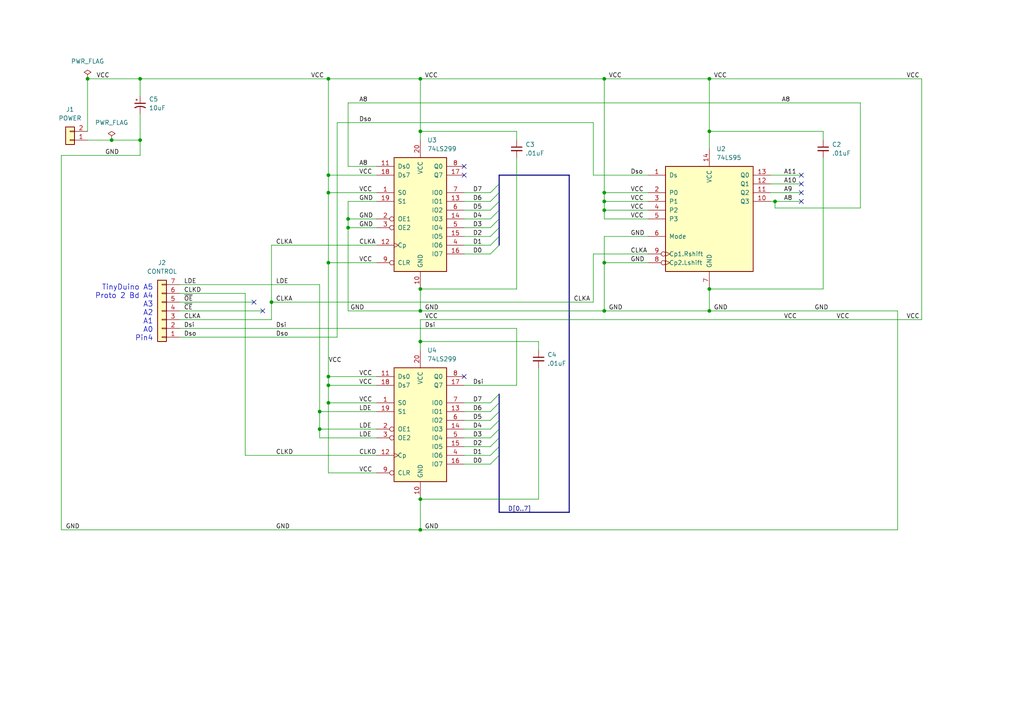
<source format=kicad_sch>
(kicad_sch (version 20211123) (generator eeschema)
  (paper "A4")
  (title_block (title "TinyDuino MK2716 Reader - Shift Register Test") (date "2022-07-19") (rev "1.3") (company "NinBra Enterprises") (comment 1 "Assumes 5v GPIO interface to TinyDuino") (comment 2 "Assumes TinyDuino will read U4 using port 4"))
  (lib_symbols
    (symbol "74LS299_1" (pin_names (offset 1.016))
      (property "Reference" "U3" (at 2.0194 20.32 0))
      (property "Value" "74LS299_1" (at 2.0194 17.78 0))
      (symbol "74LS299_1_1_0"
        (pin input line (at -12.7 5.08 0) (length 5.08) (name "S0") (number "1"))
        (pin power_in line (at 0 -22.86 90) (length 5.08) (name "GND") (number "10"))
        (pin input line (at -12.7 12.7 0) (length 5.08) (name "Ds0") (number "11"))
        (pin input clock (at -12.7 -10.16 0) (length 5.08) (name "Cp") (number "12"))
        (pin tri_state line (at 12.7 2.54 180) (length 5.08) (name "IO1") (number "13"))
        (pin tri_state line (at 12.7 -2.54 180) (length 5.08) (name "IO3") (number "14"))
        (pin tri_state line (at 12.7 -7.62 180) (length 5.08) (name "IO5") (number "15"))
        (pin tri_state line (at 12.7 -12.7 180) (length 5.08) (name "IO7") (number "16"))
        (pin output line (at 12.7 10.16 180) (length 5.08) (name "Q7") (number "17"))
        (pin input line (at -12.7 10.16 0) (length 5.08) (name "Ds7") (number "18"))
        (pin input line (at -12.7 2.54 0) (length 5.08) (name "S1") (number "19"))
        (pin input inverted (at -12.7 -2.54 0) (length 5.08) (name "OE1") (number "2"))
        (pin power_in line (at 0 20.32 270) (length 5.08) (name "VCC") (number "20"))
        (pin input inverted (at -12.7 -5.08 0) (length 5.08) (name "OE2") (number "3"))
        (pin tri_state line (at 12.7 -10.16 180) (length 5.08) (name "IO6") (number "4"))
        (pin tri_state line (at 12.7 -5.08 180) (length 5.08) (name "IO4") (number "5"))
        (pin tri_state line (at 12.7 0 180) (length 5.08) (name "IO2") (number "6"))
        (pin tri_state line (at 12.7 5.08 180) (length 5.08) (name "IO0") (number "7"))
        (pin output line (at 12.7 12.7 180) (length 5.08) (name "Q0") (number "8"))
        (pin input inverted (at -12.7 -15.24 0) (length 5.08) (name "CLR") (number "9"))
      )
      (symbol "74LS299_1_1_1"
        (rectangle (start -7.62 15.24) (end 7.62 -17.78) (stroke (width 0.254)) (fill (type background)))
      )
    )
    (symbol "74xx:74LS299" (pin_names (offset 1.016))
      (property "Reference" "U4" (at 2.0194 20.32 0))
      (property "Value" "74LS299" (at 2.0194 17.78 0))
      (symbol "74LS299_1_0"
        (pin input line (at -12.7 5.08 0) (length 5.08) (name "S0") (number "1"))
        (pin power_in line (at 0 -22.86 90) (length 5.08) (name "GND") (number "10"))
        (pin input line (at -12.7 12.7 0) (length 5.08) (name "Ds0") (number "11"))
        (pin input clock (at -12.7 -10.16 0) (length 5.08) (name "Cp") (number "12"))
        (pin tri_state line (at 12.7 2.54 180) (length 5.08) (name "IO1") (number "13"))
        (pin tri_state line (at 12.7 -2.54 180) (length 5.08) (name "IO3") (number "14"))
        (pin tri_state line (at 12.7 -7.62 180) (length 5.08) (name "IO5") (number "15"))
        (pin tri_state line (at 12.7 -12.7 180) (length 5.08) (name "IO7") (number "16"))
        (pin output line (at 12.7 10.16 180) (length 5.08) (name "Q7") (number "17"))
        (pin input line (at -12.7 10.16 0) (length 5.08) (name "Ds7") (number "18"))
        (pin input line (at -12.7 2.54 0) (length 5.08) (name "S1") (number "19"))
        (pin input inverted (at -12.7 -2.54 0) (length 5.08) (name "OE1") (number "2"))
        (pin power_in line (at 0 20.32 270) (length 5.08) (name "VCC") (number "20"))
        (pin input inverted (at -12.7 -5.08 0) (length 5.08) (name "OE2") (number "3"))
        (pin tri_state line (at 12.7 -10.16 180) (length 5.08) (name "IO6") (number "4"))
        (pin tri_state line (at 12.7 -5.08 180) (length 5.08) (name "IO4") (number "5"))
        (pin tri_state line (at 12.7 0 180) (length 5.08) (name "IO2") (number "6"))
        (pin tri_state line (at 12.7 5.08 180) (length 5.08) (name "IO0") (number "7"))
        (pin output line (at 12.7 12.7 180) (length 5.08) (name "Q0") (number "8"))
        (pin input inverted (at -12.7 -15.24 0) (length 5.08) (name "CLR") (number "9"))
      )
      (symbol "74LS299_1_1"
        (rectangle (start -7.62 15.24) (end 7.62 -17.78) (stroke (width 0.254)) (fill (type background)))
      )
    )
    (symbol "74xx:74LS95" (pin_names (offset 1.016))
      (property "Reference" "U" (at -7.62 16.51 0))
      (property "Value" "74LS95" (at -7.62 -16.51 0))
      (symbol "74LS95_1_0"
        (pin input line (at -17.78 12.7 0) (length 5.08) (name "Ds") (number "1"))
        (pin output line (at 17.78 5.08 180) (length 5.08) (name "Q3") (number "10"))
        (pin output line (at 17.78 7.62 180) (length 5.08) (name "Q2") (number "11"))
        (pin output line (at 17.78 10.16 180) (length 5.08) (name "Q1") (number "12"))
        (pin output line (at 17.78 12.7 180) (length 5.08) (name "Q0") (number "13"))
        (pin power_in line (at 0 20.32 270) (length 5.08) (name "VCC") (number "14"))
        (pin input line (at -17.78 7.62 0) (length 5.08) (name "P0") (number "2"))
        (pin input line (at -17.78 5.08 0) (length 5.08) (name "P1") (number "3"))
        (pin input line (at -17.78 2.54 0) (length 5.08) (name "P2") (number "4"))
        (pin input line (at -17.78 0 0) (length 5.08) (name "P3") (number "5"))
        (pin input line (at -17.78 -5.08 0) (length 5.08) (name "Mode") (number "6"))
        (pin power_in line (at 0 -20.32 90) (length 5.08) (name "GND") (number "7"))
        (pin input inverted_clock (at -17.78 -12.7 0) (length 5.08) (name "Cp2.Lshift") (number "8"))
        (pin input inverted_clock (at -17.78 -10.16 0) (length 5.08) (name "Cp1.Rshift") (number "9"))
      )
      (symbol "74LS95_1_1"
        (rectangle (start -12.7 15.24) (end 12.7 -15.24) (stroke (width 0.254)) (fill (type background)))
      )
    )
    (symbol "Connector_Generic:Conn_01x02" (pin_names (offset 1.016) hide)
      (property "Reference" "J" (at 0 2.54 0))
      (property "Value" "Conn_01x02" (at 0 -5.08 0))
      (symbol "Conn_01x02_1_1"
        (rectangle (start -1.27 -2.413) (end 0 -2.667) (stroke (width 0.1524)))
        (rectangle (start -1.27 0.127) (end 0 -0.127) (stroke (width 0.1524)))
        (rectangle (start -1.27 1.27) (end 1.27 -3.81) (stroke (width 0.254)) (fill (type background)))
        (pin passive line (at -5.08 0 0) (length 3.81) (name "Pin_1") (number "1"))
        (pin passive line (at -5.08 -2.54 0) (length 3.81) (name "Pin_2") (number "2"))
      )
    )
    (symbol "Connector_Generic:Conn_01x07" (pin_names (offset 1.016) hide)
      (property "Reference" "J" (at 0 10.16 0))
      (property "Value" "Conn_01x07" (at 0 -10.16 0))
      (symbol "Conn_01x07_1_1"
        (rectangle (start -1.27 -7.493) (end 0 -7.747) (stroke (width 0.1524)))
        (rectangle (start -1.27 -4.953) (end 0 -5.207) (stroke (width 0.1524)))
        (rectangle (start -1.27 -2.413) (end 0 -2.667) (stroke (width 0.1524)))
        (rectangle (start -1.27 0.127) (end 0 -0.127) (stroke (width 0.1524)))
        (rectangle (start -1.27 2.667) (end 0 2.413) (stroke (width 0.1524)))
        (rectangle (start -1.27 5.207) (end 0 4.953) (stroke (width 0.1524)))
        (rectangle (start -1.27 7.747) (end 0 7.493) (stroke (width 0.1524)))
        (rectangle (start -1.27 8.89) (end 1.27 -8.89) (stroke (width 0.254)) (fill (type background)))
        (pin passive line (at -5.08 7.62 0) (length 3.81) (name "Pin_1") (number "1"))
        (pin passive line (at -5.08 5.08 0) (length 3.81) (name "Pin_2") (number "2"))
        (pin passive line (at -5.08 2.54 0) (length 3.81) (name "Pin_3") (number "3"))
        (pin passive line (at -5.08 0 0) (length 3.81) (name "Pin_4") (number "4"))
        (pin passive line (at -5.08 -2.54 0) (length 3.81) (name "Pin_5") (number "5"))
        (pin passive line (at -5.08 -5.08 0) (length 3.81) (name "Pin_6") (number "6"))
        (pin passive line (at -5.08 -7.62 0) (length 3.81) (name "Pin_7") (number "7"))
      )
    )
    (symbol "Device:C_Polarized_Small_US" (pin_numbers hide) (pin_names (offset 0.254) hide)
      (property "Reference" "C" (at 0.254 1.778 0))
      (property "Value" "C_Polarized_Small_US" (at 0.254 -2.032 0))
      (symbol "C_Polarized_Small_US_0_1"
        (polyline (pts (xy -1.524 0.508) (xy 1.524 0.508)) (stroke (width 0.3048)))
        (polyline (pts (xy -1.27 1.524) (xy -0.762 1.524)))
        (polyline (pts (xy -1.016 1.27) (xy -1.016 1.778)))
        (arc (start 1.524 -0.762) (mid 0 -0.3734) (end -1.524 -0.762) (stroke (width 0.3048)))
      )
      (symbol "C_Polarized_Small_US_1_1"
        (pin passive line (at 0 2.54 270) (length 2.032) (name "~") (number "1"))
        (pin passive line (at 0 -2.54 90) (length 2.032) (name "~") (number "2"))
      )
    )
    (symbol "Device:C_Small" (pin_numbers hide) (pin_names (offset 0.254) hide)
      (property "Reference" "C" (at 0.254 1.778 0))
      (property "Value" "C_Small" (at 0.254 -2.032 0))
      (symbol "C_Small_0_1"
        (polyline (pts (xy -1.524 -0.508) (xy 1.524 -0.508)) (stroke (width 0.3302)))
        (polyline (pts (xy -1.524 0.508) (xy 1.524 0.508)) (stroke (width 0.3048)))
      )
      (symbol "C_Small_1_1"
        (pin passive line (at 0 2.54 270) (length 2.032) (name "~") (number "1"))
        (pin passive line (at 0 -2.54 90) (length 2.032) (name "~") (number "2"))
      )
    )
    (symbol "power:PWR_FLAG" (power) (pin_numbers hide) (pin_names (offset 0) hide)
      (property "Value" "PWR_FLAG" (at 0 3.81 0))
      (symbol "PWR_FLAG_0_0"
        (pin power_out line (at 0 0 90) (length 0) (name "pwr") (number "1"))
      )
      (symbol "PWR_FLAG_0_1"
        (polyline (pts (xy 0 0) (xy 0 1.27) (xy -1.016 1.905) (xy 0 2.54) (xy 1.016 1.905) (xy 0 1.27)))
      )
    )
  )
  (junction (at 175.26 22.86))
  (junction (at 92.71 124.46))
  (junction (at 40.64 40.64))
  (junction (at 121.92 83.82))
  (junction (at 95.25 55.88))
  (junction (at 95.25 111.76))
  (junction (at 224.79 58.42))
  (junction (at 95.25 116.84))
  (junction (at 100.965 66.04))
  (junction (at 175.26 90.17))
  (junction (at 25.4 22.86))
  (junction (at 175.26 58.42))
  (junction (at 175.26 60.96))
  (junction (at 121.92 99.06))
  (junction (at 95.25 109.22))
  (junction (at 205.74 22.86))
  (junction (at 121.92 22.86))
  (junction (at 32.385 40.64))
  (junction (at 121.92 153.67))
  (junction (at 121.92 38.1))
  (junction (at 92.71 119.38))
  (junction (at 175.26 76.2))
  (junction (at 205.74 83.82))
  (junction (at 78.74 87.63))
  (junction (at 205.74 90.17))
  (junction (at 121.92 90.17))
  (junction (at 95.25 76.2))
  (junction (at 121.92 144.78))
  (junction (at 175.26 55.88))
  (junction (at 100.965 63.5))
  (junction (at 95.25 22.86))
  (junction (at 205.74 38.1))
  (junction (at 95.25 50.8))
  (junction (at 40.64 22.86))
  (no_connect (at 73.66 87.63))
  (no_connect (at 76.2 90.17))
  (no_connect (at 232.41 58.42))
  (no_connect (at 232.41 50.8))
  (no_connect (at 232.41 53.34))
  (no_connect (at 232.41 55.88))
  (no_connect (at 134.62 50.8))
  (no_connect (at 134.62 48.26))
  (no_connect (at 134.62 109.22))
  (bus_entry (at 144.78 55.88) (size -2.54 2.54))
  (bus_entry (at 144.78 58.42) (size -2.54 2.54))
  (bus_entry (at 144.78 53.34) (size -2.54 2.54))
  (bus_entry (at 144.78 63.5) (size -2.54 2.54))
  (bus_entry (at 144.78 66.04) (size -2.54 2.54))
  (bus_entry (at 144.78 68.58) (size -2.54 2.54))
  (bus_entry (at 144.78 71.12) (size -2.54 2.54))
  (bus_entry (at 144.78 60.96) (size -2.54 2.54))
  (bus_entry (at 144.78 124.46) (size -2.54 2.54))
  (bus_entry (at 144.78 121.92) (size -2.54 2.54))
  (bus_entry (at 144.78 119.38) (size -2.54 2.54))
  (bus_entry (at 144.78 116.84) (size -2.54 2.54))
  (bus_entry (at 144.78 114.3) (size -2.54 2.54))
  (bus_entry (at 144.78 129.54) (size -2.54 2.54))
  (bus_entry (at 144.78 127) (size -2.54 2.54))
  (bus_entry (at 144.78 132.08) (size -2.54 2.54))
  (wire (pts (xy 121.92 38.1) (xy 149.86 38.1)))
  (wire (pts (xy 40.64 45.085) (xy 40.64 40.64)))
  (wire (pts (xy 95.25 137.16) (xy 109.22 137.16)))
  (bus (pts (xy 144.78 132.08) (xy 144.78 148.59)))
  (wire (pts (xy 238.76 40.64) (xy 238.76 38.1)))
  (wire (pts (xy 52.07 92.71) (xy 78.74 92.71)))
  (wire (pts (xy 223.52 50.8) (xy 232.41 50.8)))
  (wire (pts (xy 109.22 127) (xy 92.71 127)))
  (wire (pts (xy 134.62 119.38) (xy 142.24 119.38)))
  (wire (pts (xy 223.52 58.42) (xy 224.79 58.42)))
  (wire (pts (xy 121.92 92.71) (xy 267.335 92.71)))
  (wire (pts (xy 134.62 71.12) (xy 142.24 71.12)))
  (wire (pts (xy 156.21 144.78) (xy 121.92 144.78)))
  (wire (pts (xy 95.25 111.76) (xy 109.22 111.76)))
  (wire (pts (xy 134.62 73.66) (xy 142.24 73.66)))
  (wire (pts (xy 205.74 22.86) (xy 267.335 22.86)))
  (wire (pts (xy 109.22 116.84) (xy 95.25 116.84)))
  (wire (pts (xy 100.965 63.5) (xy 100.965 66.04)))
  (wire (pts (xy 17.78 45.085) (xy 40.64 45.085)))
  (bus (pts (xy 144.78 116.84) (xy 144.78 119.38)))
  (wire (pts (xy 78.74 87.63) (xy 172.085 87.63)))
  (wire (pts (xy 92.71 124.46) (xy 92.71 127)))
  (wire (pts (xy 175.26 63.5) (xy 175.26 60.96)))
  (wire (pts (xy 109.22 124.46) (xy 92.71 124.46)))
  (wire (pts (xy 100.965 66.04) (xy 100.965 90.17)))
  (wire (pts (xy 238.76 83.82) (xy 205.74 83.82)))
  (bus (pts (xy 144.78 148.59) (xy 165.1 148.59)))
  (wire (pts (xy 175.26 90.17) (xy 205.74 90.17)))
  (wire (pts (xy 78.74 71.12) (xy 78.74 87.63)))
  (wire (pts (xy 187.96 58.42) (xy 175.26 58.42)))
  (wire (pts (xy 95.25 76.2) (xy 95.25 109.22)))
  (wire (pts (xy 40.64 22.86) (xy 95.25 22.86)))
  (wire (pts (xy 121.92 40.64) (xy 121.92 38.1)))
  (wire (pts (xy 238.76 38.1) (xy 205.74 38.1)))
  (wire (pts (xy 92.71 82.55) (xy 92.71 119.38)))
  (wire (pts (xy 134.62 68.58) (xy 142.24 68.58)))
  (wire (pts (xy 260.35 153.67) (xy 121.92 153.67)))
  (wire (pts (xy 224.79 58.42) (xy 232.41 58.42)))
  (wire (pts (xy 121.92 90.17) (xy 175.26 90.17)))
  (bus (pts (xy 144.78 68.58) (xy 144.78 71.12)))
  (wire (pts (xy 40.64 40.64) (xy 32.385 40.64)))
  (wire (pts (xy 52.07 97.79) (xy 97.79 97.79)))
  (bus (pts (xy 144.78 66.04) (xy 144.78 68.58)))
  (bus (pts (xy 144.78 63.5) (xy 144.78 66.04)))
  (wire (pts (xy 71.12 132.08) (xy 71.12 85.09)))
  (wire (pts (xy 134.62 121.92) (xy 142.24 121.92)))
  (wire (pts (xy 100.965 48.26) (xy 100.965 29.845)))
  (wire (pts (xy 187.96 76.2) (xy 175.26 76.2)))
  (wire (pts (xy 238.76 45.72) (xy 238.76 83.82)))
  (wire (pts (xy 109.22 48.26) (xy 100.965 48.26)))
  (wire (pts (xy 52.07 82.55) (xy 92.71 82.55)))
  (wire (pts (xy 109.22 58.42) (xy 100.965 58.42)))
  (wire (pts (xy 172.085 87.63) (xy 172.085 73.66)))
  (wire (pts (xy 95.25 50.8) (xy 109.22 50.8)))
  (bus (pts (xy 144.78 55.88) (xy 144.78 58.42)))
  (wire (pts (xy 175.26 58.42) (xy 175.26 60.96)))
  (wire (pts (xy 134.62 66.04) (xy 142.24 66.04)))
  (wire (pts (xy 121.92 83.82) (xy 121.92 90.17)))
  (wire (pts (xy 134.62 63.5) (xy 142.24 63.5)))
  (wire (pts (xy 175.26 68.58) (xy 175.26 76.2)))
  (wire (pts (xy 95.25 109.22) (xy 109.22 109.22)))
  (wire (pts (xy 52.07 90.17) (xy 76.2 90.17)))
  (wire (pts (xy 97.79 35.56) (xy 97.79 97.79)))
  (wire (pts (xy 92.71 124.46) (xy 92.71 119.38)))
  (wire (pts (xy 121.92 83.82) (xy 149.86 83.82)))
  (wire (pts (xy 134.62 55.88) (xy 142.24 55.88)))
  (wire (pts (xy 109.22 63.5) (xy 100.965 63.5)))
  (wire (pts (xy 134.62 111.76) (xy 149.86 111.76)))
  (bus (pts (xy 144.78 127) (xy 144.78 129.54)))
  (wire (pts (xy 156.21 99.06) (xy 121.92 99.06)))
  (wire (pts (xy 17.78 153.67) (xy 121.92 153.67)))
  (wire (pts (xy 109.22 55.88) (xy 95.25 55.88)))
  (bus (pts (xy 144.78 121.92) (xy 144.78 124.46)))
  (wire (pts (xy 249.555 60.325) (xy 224.79 60.325)))
  (wire (pts (xy 249.555 29.845) (xy 249.555 60.325)))
  (bus (pts (xy 144.78 58.42) (xy 144.78 60.96)))
  (wire (pts (xy 109.22 119.38) (xy 92.71 119.38)))
  (wire (pts (xy 95.25 76.2) (xy 109.22 76.2)))
  (bus (pts (xy 144.78 129.54) (xy 144.78 132.08)))
  (wire (pts (xy 223.52 55.88) (xy 232.41 55.88)))
  (bus (pts (xy 144.78 119.38) (xy 144.78 121.92)))
  (wire (pts (xy 17.78 153.67) (xy 17.78 45.085)))
  (wire (pts (xy 95.25 50.8) (xy 95.25 55.88)))
  (wire (pts (xy 52.07 87.63) (xy 73.66 87.63)))
  (wire (pts (xy 78.74 87.63) (xy 78.74 92.71)))
  (wire (pts (xy 134.62 60.96) (xy 142.24 60.96)))
  (bus (pts (xy 144.78 124.46) (xy 144.78 127)))
  (wire (pts (xy 95.25 109.22) (xy 95.25 111.76)))
  (wire (pts (xy 205.74 83.82) (xy 205.74 90.17)))
  (wire (pts (xy 149.86 45.72) (xy 149.86 83.82)))
  (wire (pts (xy 224.79 58.42) (xy 224.79 60.325)))
  (wire (pts (xy 260.35 90.17) (xy 260.35 153.67)))
  (wire (pts (xy 156.21 101.6) (xy 156.21 99.06)))
  (wire (pts (xy 134.62 134.62) (xy 142.24 134.62)))
  (wire (pts (xy 134.62 124.46) (xy 142.24 124.46)))
  (wire (pts (xy 187.96 55.88) (xy 175.26 55.88)))
  (bus (pts (xy 165.1 50.8) (xy 144.78 50.8)))
  (wire (pts (xy 172.085 35.56) (xy 97.79 35.56)))
  (wire (pts (xy 223.52 53.34) (xy 232.41 53.34)))
  (wire (pts (xy 205.74 90.17) (xy 260.35 90.17)))
  (wire (pts (xy 95.25 137.16) (xy 95.25 116.84)))
  (wire (pts (xy 175.26 76.2) (xy 175.26 90.17)))
  (wire (pts (xy 175.26 55.88) (xy 175.26 22.86)))
  (wire (pts (xy 25.4 40.64) (xy 32.385 40.64)))
  (wire (pts (xy 100.965 29.845) (xy 249.555 29.845)))
  (bus (pts (xy 144.78 114.3) (xy 144.78 116.84)))
  (bus (pts (xy 144.78 53.34) (xy 144.78 55.88)))
  (wire (pts (xy 52.07 95.25) (xy 149.86 95.25)))
  (wire (pts (xy 175.26 22.86) (xy 205.74 22.86)))
  (wire (pts (xy 25.4 22.86) (xy 25.4 38.1)))
  (bus (pts (xy 144.78 50.8) (xy 144.78 53.34)))
  (wire (pts (xy 156.21 106.68) (xy 156.21 144.78)))
  (bus (pts (xy 165.1 148.59) (xy 165.1 50.8)))
  (bus (pts (xy 144.78 60.96) (xy 144.78 63.5)))
  (wire (pts (xy 100.965 90.17) (xy 121.92 90.17)))
  (wire (pts (xy 134.62 132.08) (xy 142.24 132.08)))
  (wire (pts (xy 95.25 22.86) (xy 121.92 22.86)))
  (wire (pts (xy 40.64 22.86) (xy 40.64 27.94)))
  (wire (pts (xy 267.335 22.86) (xy 267.335 92.71)))
  (wire (pts (xy 95.25 22.86) (xy 95.25 50.8)))
  (wire (pts (xy 100.965 58.42) (xy 100.965 63.5)))
  (wire (pts (xy 78.74 71.12) (xy 109.22 71.12)))
  (wire (pts (xy 175.26 58.42) (xy 175.26 55.88)))
  (wire (pts (xy 71.12 132.08) (xy 109.22 132.08)))
  (wire (pts (xy 172.085 50.8) (xy 187.96 50.8)))
  (wire (pts (xy 121.92 38.1) (xy 121.92 22.86)))
  (wire (pts (xy 134.62 127) (xy 142.24 127)))
  (wire (pts (xy 40.64 33.02) (xy 40.64 40.64)))
  (wire (pts (xy 205.74 22.86) (xy 205.74 38.1)))
  (wire (pts (xy 121.92 101.6) (xy 121.92 99.06)))
  (wire (pts (xy 149.86 111.76) (xy 149.86 95.25)))
  (wire (pts (xy 95.25 111.76) (xy 95.25 116.84)))
  (wire (pts (xy 172.085 73.66) (xy 187.96 73.66)))
  (wire (pts (xy 187.96 60.96) (xy 175.26 60.96)))
  (wire (pts (xy 134.62 58.42) (xy 142.24 58.42)))
  (wire (pts (xy 172.085 50.8) (xy 172.085 35.56)))
  (wire (pts (xy 121.92 99.06) (xy 121.92 92.71)))
  (wire (pts (xy 134.62 129.54) (xy 142.24 129.54)))
  (wire (pts (xy 187.96 63.5) (xy 175.26 63.5)))
  (wire (pts (xy 187.96 68.58) (xy 175.26 68.58)))
  (wire (pts (xy 134.62 116.84) (xy 142.24 116.84)))
  (wire (pts (xy 149.86 40.64) (xy 149.86 38.1)))
  (wire (pts (xy 71.12 85.09) (xy 52.07 85.09)))
  (wire (pts (xy 121.92 144.78) (xy 121.92 153.67)))
  (wire (pts (xy 205.74 38.1) (xy 205.74 43.18)))
  (wire (pts (xy 95.25 55.88) (xy 95.25 76.2)))
  (wire (pts (xy 109.22 66.04) (xy 100.965 66.04)))
  (wire (pts (xy 121.92 22.86) (xy 175.26 22.86)))
  (wire (pts (xy 25.4 22.86) (xy 40.64 22.86)))
  (text "TinyDuino A5\nProto 2 Bd A4\nA3\nA2\nA1\nA0\nPin4" (at 44.45 99.06 180) (effects (font (size 1.524 1.524)) (justify right bottom)))
  (label "A8" (at 104.14 29.845 0))
  (label "VCC" (at 95.25 105.41 0))
  (label "D5" (at 137.16 60.96 0))
  (label "VCC" (at 182.88 55.88 0))
  (label "VCC" (at 104.14 76.2 0))
  (label "D2" (at 137.16 68.58 0))
  (label "GND" (at 19.05 153.67 0))
  (label "Dsi" (at 123.19 95.25 0))
  (label "D4" (at 137.16 124.46 0))
  (label "CLKA" (at 182.88 73.66 0))
  (label "CLKA" (at 104.14 71.12 0))
  (label "D[0..7]" (at 147.32 148.59 0))
  (label "VCC" (at 182.88 63.5 0))
  (label "GND" (at 104.14 66.04 0))
  (label "CLKD" (at 53.34 85.09 0))
  (label "VCC" (at 123.19 92.71 0))
  (label "CLKA" (at 53.34 92.71 0))
  (label "VCC" (at 182.88 58.42 0))
  (label "D1" (at 137.16 71.12 0))
  (label "Dso" (at 53.34 97.79 0))
  (label "LDE" (at 104.14 119.38 0))
  (label "VCC" (at 104.14 137.16 0))
  (label "VCC" (at 104.14 109.22 0))
  (label "GND" (at 101.6 90.17 0))
  (label "CLKA" (at 166.37 87.63 0))
  (label "VCC" (at 262.89 22.86 0))
  (label "GND" (at 104.14 63.5 0))
  (label "A8" (at 226.695 29.845 0))
  (label "D4" (at 137.16 63.5 0))
  (label "GND" (at 123.19 90.17 0))
  (label "GND" (at 207.01 90.17 0))
  (label "D0" (at 137.16 134.62 0))
  (label "GND" (at 236.22 90.17 0))
  (label "GND" (at 182.88 68.58 0))
  (label "A9" (at 227.33 55.88 0))
  (label "D6" (at 137.16 58.42 0))
  (label "LDE" (at 80.01 82.55 0))
  (label "VCC" (at 104.14 116.84 0))
  (label "LDE" (at 53.34 82.55 0))
  (label "VCC" (at 176.53 22.86 0))
  (label "VCC" (at 104.14 55.88 0))
  (label "VCC" (at 242.57 92.71 0))
  (label "GND" (at 80.01 153.67 0))
  (label "Dsi" (at 80.01 95.25 0))
  (label "VCC" (at 227.33 92.71 0))
  (label "Dso" (at 104.14 35.56 0))
  (label "GND" (at 182.88 76.2 0))
  (label "LDE" (at 104.14 127 0))
  (label "VCC" (at 27.94 22.86 0))
  (label "D1" (at 137.16 132.08 0))
  (label "D3" (at 137.16 127 0))
  (label "Dsi" (at 137.16 111.76 0))
  (label "VCC" (at 104.14 111.76 0))
  (label "D6" (at 137.16 119.38 0))
  (label "VCC" (at 90.17 22.86 0))
  (label "~{CE}" (at 53.34 90.17 0))
  (label "VCC" (at 104.14 50.8 0))
  (label "GND" (at 176.53 90.17 0))
  (label "A8" (at 227.33 58.42 0))
  (label "~{OE}" (at 53.34 87.63 0))
  (label "D3" (at 137.16 66.04 0))
  (label "VCC" (at 123.19 22.86 0))
  (label "VCC" (at 207.01 22.86 0))
  (label "Dso" (at 182.88 50.8 0))
  (label "D0" (at 137.16 73.66 0))
  (label "A10" (at 227.33 53.34 0))
  (label "CLKD" (at 104.14 132.08 0))
  (label "CLKD" (at 80.01 132.08 0))
  (label "LDE" (at 104.14 124.46 0))
  (label "Dsi" (at 53.34 95.25 0))
  (label "A11" (at 227.33 50.8 0))
  (label "D7" (at 137.16 116.84 0))
  (label "D2" (at 137.16 129.54 0))
  (label "GND" (at 123.19 153.67 0))
  (label "VCC" (at 262.89 92.71 0))
  (label "GND" (at 104.14 58.42 0))
  (label "GND" (at 30.48 45.085 0))
  (label "D7" (at 137.16 55.88 0))
  (label "CLKA" (at 80.01 87.63 0))
  (label "VCC" (at 182.88 60.96 0))
  (label "A8" (at 104.14 48.26 0))
  (label "Dso" (at 80.01 97.79 0))
  (label "D5" (at 137.16 121.92 0))
  (label "CLKA" (at 80.01 71.12 0))
  (symbol (lib_id "74xx:74LS299") (at 121.92 121.92 0) (unit 1)
    (property "Reference" "U4" (at 123.9394 101.6 0) (effects (justify left)))
    (property "Value" "74LS299" (at 123.9394 104.14 0) (effects (justify left)))
    (property "Datasheet" "http://www.ti.com/lit/gpn/sn74LS299" (effects hide))
  )
  (symbol (lib_id "Device:C_Polarized_Small_US") (at 40.64 30.48 0) (unit 1)
    (property "Reference" "C5" (at 43.18 28.7781 0) (effects (justify left)))
    (property "Value" "10uF" (at 43.18 31.3181 0) (effects (justify left)))
  )
  (symbol (lib_id "74xx:74LS95") (at 205.74 63.5 0) (unit 1)
    (property "Reference" "U2" (at 207.7594 43.18 0) (effects (justify left)))
    (property "Value" "74LS95" (at 207.7594 45.72 0) (effects (justify left)))
    (property "Datasheet" "http://www.ti.com/lit/gpn/sn74LS95" (effects hide))
  )
  (symbol (lib_id "Connector_Generic:Conn_01x07") (at 46.99 90.17 180) (unit 1)
    (property "Reference" "J2" (at 46.99 76.2 0))
    (property "Value" "CONTROL" (at 46.99 78.74 0))
    (property "Footprint" "Connector_PinSocket_2.54mm:PinSocket_1x06_P2.54mm_Vertical" (effects hide))
  )
  (symbol (lib_id "Device:C_Small") (at 238.76 43.18 0) (unit 1)
    (property "Reference" "C2" (at 241.3 41.9162 0) (effects (justify left)))
    (property "Value" ".01uF" (at 241.3 44.4562 0) (effects (justify left)))
  )
  (symbol (lib_id "Device:C_Small") (at 149.86 43.18 0) (unit 1)
    (property "Reference" "C3" (at 152.4 41.9162 0) (effects (justify left)))
    (property "Value" ".01uF" (at 152.4 44.4562 0) (effects (justify left)))
  )
  (symbol (lib_id "power:PWR_FLAG") (at 25.4 22.86 0) (unit 1)
    (property "Reference" "#FLG0101" (effects hide))
    (property "Value" "PWR_FLAG" (at 25.4 17.78 0))
  )
  (symbol (lib_name "74LS299_1") (lib_id "74xx:74LS299") (at 121.92 60.96 0) (unit 1)
    (property "Reference" "U3" (at 123.9394 40.64 0) (effects (justify left)))
    (property "Value" "74LS299" (at 123.9394 43.18 0) (effects (justify left)))
    (property "Datasheet" "http://www.ti.com/lit/gpn/sn74LS299" (effects hide))
  )
  (symbol (lib_id "Device:C_Small") (at 156.21 104.14 0) (unit 1)
    (property "Reference" "C4" (at 158.75 102.8762 0) (effects (justify left)))
    (property "Value" ".01uF" (at 158.75 105.4162 0) (effects (justify left)))
  )
  (symbol (lib_id "power:PWR_FLAG") (at 32.385 40.64 0) (unit 1)
    (property "Reference" "#FLG0102" (effects hide))
    (property "Value" "PWR_FLAG" (at 32.385 35.56 0))
  )
  (symbol (lib_id "Connector_Generic:Conn_01x02") (at 20.32 40.64 180) (unit 1)
    (property "Reference" "J1" (at 20.32 31.75 0))
    (property "Value" "POWER" (at 20.32 34.29 0))
    (property "Footprint" "Connector_PinHeader_1.00mm:PinHeader_1x02_P1.00mm_Horizontal" (effects hide))
  )
)
</source>
